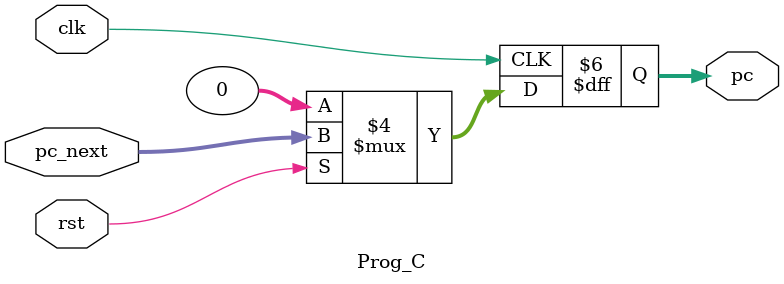
<source format=sv>
module Prog_C(
input clk,rst,
input [31:0] pc_next,
output reg [31:0] pc);

always@(posedge clk) begin
	if (rst==1'b0)
pc<=32'h00000000;
	else 
pc<=pc_next;
end

endmodule 

</source>
